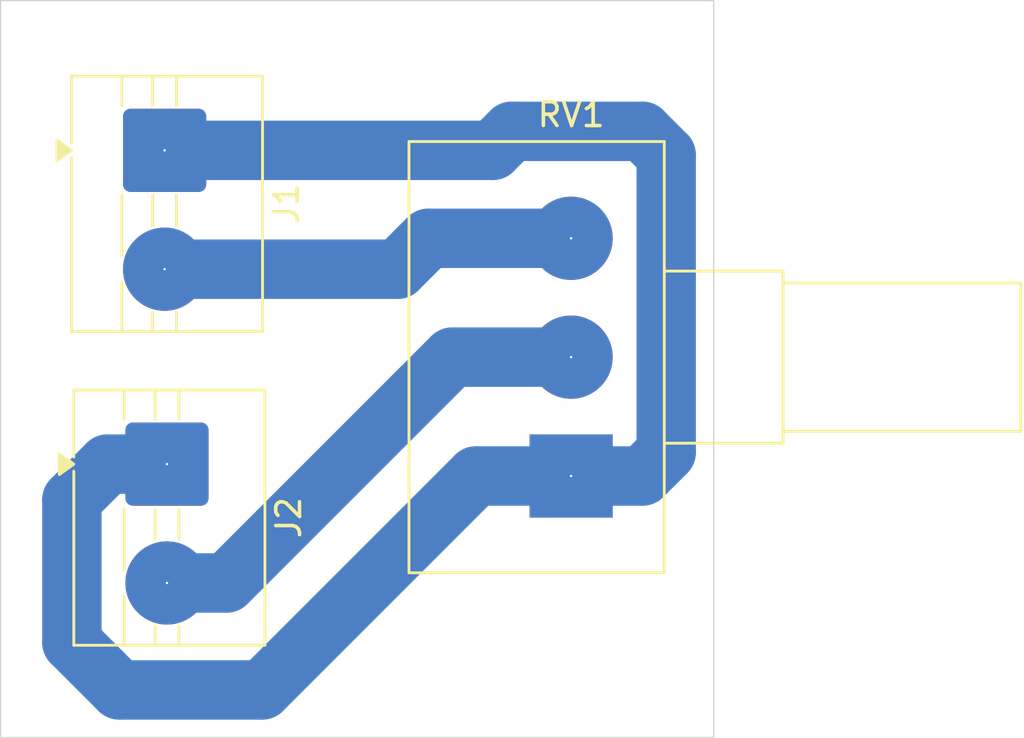
<source format=kicad_pcb>
(kicad_pcb (version 20241229) (generator "pcbnew") (generator_version "9.0")
  (layers (0 "F.Cu" signal) (2 "B.Cu" signal) (13 "F.Paste" user) (15 "B.Paste" user) (5 "F.SilkS" user "F.Silkscreen") (7 "B.SilkS" user "B.Silkscreen") (1 "F.Mask" user) (3 "B.Mask" user) (25 "Edge.Cuts" user))
  (net 0 "")
  (net 1 "GND")
  (net 2 "Net-(J1-Pin_2)")
  (net 3 "Net-(J2-Pin_2)")
  (footprint "Potentiometer_THT:Potentiometer_Alps_RK163_Single_Horizontal" (layer "F.Cu") (at 25 21 180)
    (property "Reference" "RV1" (at 0 15.2 0) (layer "F.SilkS"))
    (property "Value" "100k Potentiometer")
    (fp_line (start 6.82 14.07) (end 6.82 -4.07) (stroke (width 0.12)) (layer "F.SilkS"))
    (fp_line (start 6.82 14.07) (end -3.92 14.07) (stroke (width 0.12)) (layer "F.SilkS"))
    (fp_line (start 6.82 -4.07) (end -3.92 -4.07) (stroke (width 0.12)) (layer "F.SilkS"))
    (fp_line (start -3.92 14.07) (end -3.92 -4.07) (stroke (width 0.12)) (layer "F.SilkS"))
    (fp_line (start -3.92 8.62) (end -8.92 8.62) (stroke (width 0.12)) (layer "F.SilkS"))
    (fp_line (start -3.92 1.38) (end -8.92 1.38) (stroke (width 0.12)) (layer "F.SilkS"))
    (fp_line (start -8.92 8.62) (end -8.92 1.38) (stroke (width 0.12)) (layer "F.SilkS"))
    (fp_line (start -8.92 8.12) (end -18.92 8.12) (stroke (width 0.12)) (layer "F.SilkS"))
    (fp_line (start -8.92 1.88) (end -18.92 1.88) (stroke (width 0.12)) (layer "F.SilkS"))
    (fp_line (start -18.92 8.12) (end -18.92 1.88) (stroke (width 0.12)) (layer "F.SilkS"))
    (pad "1" thru_hole rect (at 0 0) (size 3.5 3.5) (drill 0.1) (layers "*.Cu" "*.Mask") (net 1 "GND"))
    (pad "2" thru_hole circle (at 0 5) (size 3.5 3.5) (drill 0.1) (layers "*.Cu" "*.Mask") (net 3 "Net-(J2-Pin_2)"))
    (pad "3" thru_hole circle (at 0 10) (size 3.5 3.5) (drill 0.1) (layers "*.Cu" "*.Mask") (net 2 "Net-(J1-Pin_2)"))
  )
  (footprint "TerminalBlock:TerminalBlock_MaiXu_MX126-5.0-02P_1x02_P5.00mm" (layer "F.Cu") (at 7.9 7.3 -90)
    (property "Reference" "J1" (at 2.25 -5.12 90) (layer "F.SilkS"))
    (property "Value" "Audio Input")
    (fp_line (start -3.12 3.92) (end -3.12 -4.12) (stroke (width 0.12)) (layer "F.SilkS"))
    (fp_line (start -0.3 3.92) (end -3.12 3.92) (stroke (width 0.12)) (layer "F.SilkS"))
    (fp_line (start 7.62 3.92) (end 0.3 3.92) (stroke (width 0.12)) (layer "F.SilkS"))
    (fp_line (start -3.12 1.8) (end -1.88 1.8) (stroke (width 0.12)) (layer "F.SilkS"))
    (fp_line (start 1.88 1.8) (end 4.457 1.8) (stroke (width 0.12)) (layer "F.SilkS"))
    (fp_line (start 5.543 1.8) (end 7.62 1.8) (stroke (width 0.12)) (layer "F.SilkS"))
    (fp_line (start -3.12 0.5) (end -1.88 0.5) (stroke (width 0.12)) (layer "F.SilkS"))
    (fp_line (start 1.88 0.5) (end 3.188 0.5) (stroke (width 0.12)) (layer "F.SilkS"))
    (fp_line (start 6.812 0.5) (end 7.62 0.5) (stroke (width 0.12)) (layer "F.SilkS"))
    (fp_line (start -3.12 -0.5) (end -1.88 -0.5) (stroke (width 0.12)) (layer "F.SilkS"))
    (fp_line (start 1.88 -0.5) (end 3.188 -0.5) (stroke (width 0.12)) (layer "F.SilkS"))
    (fp_line (start 6.812 -0.5) (end 7.62 -0.5) (stroke (width 0.12)) (layer "F.SilkS"))
    (fp_line (start -3.12 -4.12) (end 7.62 -4.12) (stroke (width 0.12)) (layer "F.SilkS"))
    (fp_line (start 7.62 -4.12) (end 7.62 3.92) (stroke (width 0.12)) (layer "F.SilkS"))
    (fp_poly (pts (xy 0 3.92) (xy 0.44 4.53) (xy -0.44 4.53)) (stroke (width 0.12)) (fill yes) (layer "F.SilkS"))
    (pad "1" thru_hole roundrect (at 0 0 270) (size 3.5 3.5) (drill 0.1) (layers "*.Cu" "*.Mask") (roundrect_rratio 0.089286) (net 1 "GND"))
    (pad "2" thru_hole circle (at 5 0 270) (size 3.5 3.5) (drill 0.1) (layers "*.Cu" "*.Mask") (net 2 "Net-(J1-Pin_2)"))
  )
  (footprint "TerminalBlock:TerminalBlock_MaiXu_MX126-5.0-02P_1x02_P5.00mm" (layer "F.Cu") (at 8 20.5 -90)
    (property "Reference" "J2" (at 2.25 -5.12 90) (layer "F.SilkS"))
    (property "Value" "Audio Output")
    (fp_line (start -3.12 3.92) (end -3.12 -4.12) (stroke (width 0.12)) (layer "F.SilkS"))
    (fp_line (start -0.3 3.92) (end -3.12 3.92) (stroke (width 0.12)) (layer "F.SilkS"))
    (fp_line (start 7.62 3.92) (end 0.3 3.92) (stroke (width 0.12)) (layer "F.SilkS"))
    (fp_line (start -3.12 1.8) (end -1.88 1.8) (stroke (width 0.12)) (layer "F.SilkS"))
    (fp_line (start 1.88 1.8) (end 4.457 1.8) (stroke (width 0.12)) (layer "F.SilkS"))
    (fp_line (start 5.543 1.8) (end 7.62 1.8) (stroke (width 0.12)) (layer "F.SilkS"))
    (fp_line (start -3.12 0.5) (end -1.88 0.5) (stroke (width 0.12)) (layer "F.SilkS"))
    (fp_line (start 1.88 0.5) (end 3.188 0.5) (stroke (width 0.12)) (layer "F.SilkS"))
    (fp_line (start 6.812 0.5) (end 7.62 0.5) (stroke (width 0.12)) (layer "F.SilkS"))
    (fp_line (start -3.12 -0.5) (end -1.88 -0.5) (stroke (width 0.12)) (layer "F.SilkS"))
    (fp_line (start 1.88 -0.5) (end 3.188 -0.5) (stroke (width 0.12)) (layer "F.SilkS"))
    (fp_line (start 6.812 -0.5) (end 7.62 -0.5) (stroke (width 0.12)) (layer "F.SilkS"))
    (fp_line (start -3.12 -4.12) (end 7.62 -4.12) (stroke (width 0.12)) (layer "F.SilkS"))
    (fp_line (start 7.62 -4.12) (end 7.62 3.92) (stroke (width 0.12)) (layer "F.SilkS"))
    (fp_poly (pts (xy 0 3.92) (xy 0.44 4.53) (xy -0.44 4.53)) (stroke (width 0.12)) (fill yes) (layer "F.SilkS"))
    (pad "1" thru_hole roundrect (at 0 0 270) (size 3.5 3.5) (drill 0.1) (layers "*.Cu" "*.Mask") (roundrect_rratio 0.089286) (net 1 "GND"))
    (pad "2" thru_hole circle (at 5 0 270) (size 3.5 3.5) (drill 0.1) (layers "*.Cu" "*.Mask") (net 3 "Net-(J2-Pin_2)"))
  )
  (gr_rect (start 1 1) (end 31 32) (stroke (width 0.05)) (fill no) (layer "Edge.Cuts"))
  (segment (start 29 7.5) (end 29 20) (width 2.5) (layer "B.Cu") (net 1))
  (segment (start 28 21) (end 25 21) (width 2.5) (layer "B.Cu") (net 1))
  (segment (start 28 6.5) (end 29 7.5) (width 2.5) (layer "B.Cu") (net 1))
  (segment (start 22.5 6.5) (end 28 6.5) (width 2.5) (layer "B.Cu") (net 1))
  (segment (start 4 22) (end 4 28) (width 2.5) (layer "B.Cu") (net 1))
  (segment (start 8 20.5) (end 5.5 20.5) (width 2.5) (layer "B.Cu") (net 1))
  (segment (start 12 30) (end 21 21) (width 2.5) (layer "B.Cu") (net 1))
  (segment (start 5.5 20.5) (end 4 22) (width 2.5) (layer "B.Cu") (net 1))
  (segment (start 4 28) (end 6 30) (width 2.5) (layer "B.Cu") (net 1))
  (segment (start 29 20) (end 28 21) (width 2.5) (layer "B.Cu") (net 1))
  (segment (start 6 30) (end 12 30) (width 2.5) (layer "B.Cu") (net 1))
  (segment (start 7.9 7.3) (end 21.7 7.3) (width 2.5) (layer "B.Cu") (net 1))
  (segment (start 21 21) (end 25 21) (width 2.5) (layer "B.Cu") (net 1))
  (segment (start 21.7 7.3) (end 22.5 6.5) (width 2.5) (layer "B.Cu") (net 1))
  (segment (start 19 11) (end 25 11) (width 2.5) (layer "B.Cu") (net 2))
  (segment (start 17.7 12.3) (end 19 11) (width 2.5) (layer "B.Cu") (net 2))
  (segment (start 7.9 12.3) (end 17.7 12.3) (width 2.5) (layer "B.Cu") (net 2))
  (segment (start 10.5 25.5) (end 20 16) (width 2.5) (layer "B.Cu") (net 3))
  (segment (start 8 25.5) (end 10.5 25.5) (width 2.5) (layer "B.Cu") (net 3))
  (segment (start 20 16) (end 25 16) (width 2.5) (layer "B.Cu") (net 3))
)
</source>
